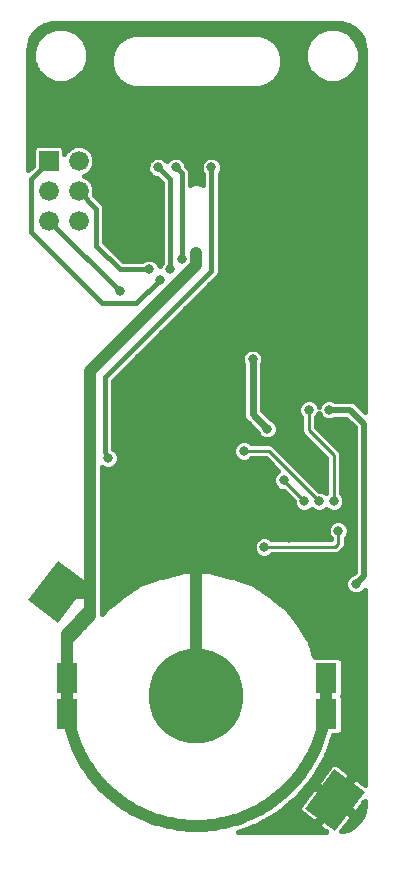
<source format=gbr>
G75*
%MOIN*%
%OFA0B0*%
%FSLAX25Y25*%
%IPPOS*%
%LPD*%
%AMOC8*
5,1,8,0,0,1.08239X$1,22.5*
%
%ADD10R,0.07000X0.10000*%
%ADD11C,0.31496*%
%ADD12R,0.06600X0.06600*%
%ADD13C,0.06600*%
%ADD14R,0.12598X0.16535*%
%ADD15C,0.01600*%
%ADD16C,0.03169*%
%ADD17C,0.04000*%
%ADD18C,0.02400*%
%ADD19C,0.02000*%
%ADD20C,0.01000*%
%ADD21C,0.03562*%
%ADD22C,0.03200*%
D10*
X0102362Y0054331D03*
X0015748Y0054331D03*
X0102362Y0042126D03*
X0015748Y0042126D03*
D11*
X0059055Y0048228D03*
D12*
X0009764Y0226535D03*
D13*
X0019764Y0226535D03*
X0009764Y0216535D03*
X0019764Y0216535D03*
X0009764Y0206535D03*
X0019764Y0206535D03*
D14*
G36*
X0013047Y0072546D02*
X0002987Y0080128D01*
X0012937Y0093332D01*
X0022997Y0085750D01*
X0013047Y0072546D01*
G37*
G36*
X0105173Y0003124D02*
X0095113Y0010706D01*
X0105063Y0023910D01*
X0115123Y0016328D01*
X0105173Y0003124D01*
G37*
D15*
X0086071Y0123101D02*
X0085068Y0122098D01*
X0084525Y0120788D01*
X0084525Y0119370D01*
X0085068Y0118059D01*
X0086071Y0117056D01*
X0087381Y0116513D01*
X0088116Y0116513D01*
X0091415Y0113214D01*
X0091415Y0112448D01*
X0091958Y0111138D01*
X0092961Y0110135D01*
X0094271Y0109592D01*
X0095690Y0109592D01*
X0097000Y0110135D01*
X0097441Y0110576D01*
X0097882Y0110135D01*
X0099192Y0109592D01*
X0100611Y0109592D01*
X0101921Y0110135D01*
X0102378Y0110592D01*
X0102803Y0110166D01*
X0104114Y0109624D01*
X0105532Y0109624D01*
X0106842Y0110166D01*
X0107845Y0111169D01*
X0108388Y0112480D01*
X0108388Y0113898D01*
X0107845Y0115209D01*
X0107304Y0115750D01*
X0107304Y0128938D01*
X0106926Y0129850D01*
X0098938Y0137839D01*
X0098938Y0141140D01*
X0099479Y0141681D01*
X0099902Y0142701D01*
X0100324Y0141681D01*
X0101327Y0140678D01*
X0102637Y0140135D01*
X0104056Y0140135D01*
X0105366Y0140678D01*
X0105408Y0140720D01*
X0109001Y0140720D01*
X0111932Y0137789D01*
X0111932Y0089573D01*
X0111554Y0089195D01*
X0111496Y0089195D01*
X0110185Y0088652D01*
X0109182Y0087650D01*
X0108639Y0086339D01*
X0108639Y0084921D01*
X0109182Y0083610D01*
X0110185Y0082607D01*
X0111496Y0082065D01*
X0112914Y0082065D01*
X0114224Y0082607D01*
X0115113Y0083496D01*
X0115113Y0018592D01*
X0111816Y0021076D01*
X0106239Y0013675D01*
X0104961Y0014638D01*
X0110538Y0022039D01*
X0105957Y0025491D01*
X0105518Y0025669D01*
X0105047Y0025727D01*
X0104578Y0025661D01*
X0104142Y0025476D01*
X0103768Y0025184D01*
X0099131Y0019030D01*
X0104961Y0014638D01*
X0103998Y0013360D01*
X0098168Y0017753D01*
X0093532Y0011599D01*
X0093354Y0011160D01*
X0093296Y0010690D01*
X0093362Y0010220D01*
X0093547Y0009784D01*
X0093839Y0009411D01*
X0098420Y0005958D01*
X0103998Y0013360D01*
X0105276Y0012397D01*
X0099698Y0004995D01*
X0102350Y0002997D01*
X0073044Y0002997D01*
X0079116Y0005207D01*
X0079116Y0005207D01*
X0086282Y0009344D01*
X0086282Y0009344D01*
X0092621Y0014663D01*
X0092621Y0014663D01*
X0092621Y0014663D01*
X0097939Y0021001D01*
X0097939Y0021001D01*
X0102076Y0028167D01*
X0102076Y0028167D01*
X0104616Y0035145D01*
X0106683Y0035145D01*
X0107843Y0036305D01*
X0107843Y0047947D01*
X0107562Y0048228D01*
X0107843Y0048510D01*
X0107843Y0060151D01*
X0106683Y0061312D01*
X0098438Y0061312D01*
X0098397Y0061477D01*
X0098312Y0061528D01*
X0096792Y0066088D01*
X0096857Y0066414D01*
X0096510Y0066934D01*
X0096313Y0067527D01*
X0096016Y0067675D01*
X0092851Y0072423D01*
X0092863Y0072548D01*
X0092347Y0073179D01*
X0091895Y0073857D01*
X0091772Y0073881D01*
X0089161Y0077073D01*
X0089136Y0077323D01*
X0088593Y0077767D01*
X0088149Y0078309D01*
X0087900Y0078334D01*
X0084708Y0080945D01*
X0084684Y0081068D01*
X0084006Y0081520D01*
X0083375Y0082036D01*
X0083250Y0082024D01*
X0078502Y0085189D01*
X0078354Y0085486D01*
X0077761Y0085684D01*
X0077240Y0086030D01*
X0076915Y0085965D01*
X0072355Y0087486D01*
X0072304Y0087570D01*
X0071490Y0087774D01*
X0070695Y0088039D01*
X0070607Y0087995D01*
X0064133Y0089613D01*
X0063916Y0089830D01*
X0063267Y0089830D01*
X0062637Y0089987D01*
X0062374Y0089830D01*
X0055736Y0089830D01*
X0055474Y0089987D01*
X0054843Y0089830D01*
X0054194Y0089830D01*
X0053977Y0089613D01*
X0047504Y0087995D01*
X0047415Y0088039D01*
X0046620Y0087774D01*
X0045806Y0087570D01*
X0045756Y0087486D01*
X0041195Y0085965D01*
X0040870Y0086030D01*
X0040350Y0085684D01*
X0039756Y0085486D01*
X0039608Y0085189D01*
X0034860Y0082024D01*
X0034735Y0082036D01*
X0034105Y0081520D01*
X0033427Y0081068D01*
X0033402Y0080945D01*
X0030211Y0078334D01*
X0029961Y0078309D01*
X0029517Y0077767D01*
X0028974Y0077323D01*
X0028949Y0077073D01*
X0027629Y0075460D01*
X0027603Y0075904D01*
X0027603Y0082628D01*
X0027621Y0083371D01*
X0027603Y0083418D01*
X0027603Y0124399D01*
X0028818Y0123895D01*
X0030237Y0123895D01*
X0031547Y0124438D01*
X0032550Y0125441D01*
X0033093Y0126751D01*
X0033093Y0128170D01*
X0032550Y0129480D01*
X0031547Y0130483D01*
X0031324Y0130575D01*
X0031324Y0153376D01*
X0065552Y0187603D01*
X0066334Y0188385D01*
X0066757Y0189407D01*
X0066757Y0222148D01*
X0066999Y0222390D01*
X0067542Y0223700D01*
X0067542Y0225119D01*
X0066999Y0226429D01*
X0065996Y0227432D01*
X0064686Y0227975D01*
X0063267Y0227975D01*
X0061957Y0227432D01*
X0060954Y0226429D01*
X0060411Y0225119D01*
X0060411Y0223700D01*
X0060954Y0222390D01*
X0061195Y0222148D01*
X0061195Y0218659D01*
X0059970Y0219167D01*
X0058140Y0219167D01*
X0056915Y0218659D01*
X0056915Y0222994D01*
X0056492Y0224016D01*
X0055731Y0224777D01*
X0055731Y0225119D01*
X0055188Y0226429D01*
X0054185Y0227432D01*
X0052875Y0227975D01*
X0051456Y0227975D01*
X0050146Y0227432D01*
X0049213Y0226499D01*
X0048279Y0227432D01*
X0046969Y0227975D01*
X0045551Y0227975D01*
X0044240Y0227432D01*
X0043237Y0226429D01*
X0042694Y0225119D01*
X0042694Y0223700D01*
X0043237Y0222390D01*
X0044240Y0221387D01*
X0045551Y0220844D01*
X0045892Y0220844D01*
X0047416Y0219320D01*
X0047416Y0192714D01*
X0047174Y0192472D01*
X0046752Y0191453D01*
X0046330Y0192472D01*
X0045327Y0193475D01*
X0044016Y0194018D01*
X0042598Y0194018D01*
X0041287Y0193475D01*
X0041046Y0193234D01*
X0034617Y0193234D01*
X0028372Y0199479D01*
X0028372Y0210620D01*
X0028375Y0211164D01*
X0028372Y0211173D01*
X0028372Y0211183D01*
X0028163Y0211686D01*
X0027959Y0212189D01*
X0027952Y0212196D01*
X0027948Y0212205D01*
X0027564Y0212590D01*
X0024945Y0215244D01*
X0025045Y0215485D01*
X0025045Y0217586D01*
X0024241Y0219527D01*
X0022755Y0221013D01*
X0021493Y0221535D01*
X0022755Y0222058D01*
X0024241Y0223544D01*
X0025045Y0225485D01*
X0025045Y0227586D01*
X0024241Y0229527D01*
X0022755Y0231013D01*
X0020814Y0231817D01*
X0018713Y0231817D01*
X0016772Y0231013D01*
X0015287Y0229527D01*
X0015045Y0228943D01*
X0015045Y0230656D01*
X0013884Y0231817D01*
X0005643Y0231817D01*
X0004483Y0230656D01*
X0004483Y0225054D01*
X0002997Y0223508D01*
X0002997Y0263780D01*
X0003072Y0264930D01*
X0003668Y0267153D01*
X0004818Y0269145D01*
X0006445Y0270772D01*
X0008438Y0271923D01*
X0010661Y0272518D01*
X0011811Y0272594D01*
X0106299Y0272594D01*
X0107450Y0272518D01*
X0109672Y0271923D01*
X0111665Y0270772D01*
X0113292Y0269145D01*
X0114442Y0267153D01*
X0115038Y0264930D01*
X0115113Y0263780D01*
X0115113Y0143040D01*
X0111925Y0146228D01*
X0110829Y0146682D01*
X0105408Y0146682D01*
X0105366Y0146723D01*
X0104056Y0147266D01*
X0102637Y0147266D01*
X0101327Y0146723D01*
X0100324Y0145720D01*
X0099902Y0144701D01*
X0099479Y0145720D01*
X0098476Y0146723D01*
X0097166Y0147266D01*
X0095747Y0147266D01*
X0094437Y0146723D01*
X0093434Y0145720D01*
X0092891Y0144410D01*
X0092891Y0142992D01*
X0093434Y0141681D01*
X0093976Y0141140D01*
X0093976Y0136317D01*
X0094353Y0135406D01*
X0102342Y0127417D01*
X0102342Y0115759D01*
X0101921Y0116180D01*
X0100611Y0116723D01*
X0099845Y0116723D01*
X0084543Y0132025D01*
X0083631Y0132402D01*
X0077364Y0132402D01*
X0076823Y0132944D01*
X0075512Y0133487D01*
X0074094Y0133487D01*
X0072784Y0132944D01*
X0071781Y0131941D01*
X0071238Y0130630D01*
X0071238Y0129212D01*
X0071781Y0127902D01*
X0072784Y0126899D01*
X0074094Y0126356D01*
X0075512Y0126356D01*
X0076823Y0126899D01*
X0077364Y0127440D01*
X0082110Y0127440D01*
X0086338Y0123212D01*
X0086071Y0123101D01*
X0030468Y0260439D02*
X0030468Y0258433D01*
X0031339Y0255751D01*
X0031339Y0255751D01*
X0032997Y0253469D01*
X0032997Y0253469D01*
X0032997Y0253469D01*
X0035278Y0251812D01*
X0035278Y0251812D01*
X0037960Y0250940D01*
X0080150Y0250940D01*
X0082832Y0251812D01*
X0082832Y0251812D01*
X0085114Y0253469D01*
X0085114Y0253469D01*
X0085114Y0253469D01*
X0086771Y0255751D01*
X0086771Y0255751D01*
X0087643Y0258433D01*
X0087643Y0261253D01*
X0086771Y0263934D01*
X0086771Y0263934D01*
X0085114Y0266216D01*
X0085114Y0266216D01*
X0085114Y0266216D01*
X0082832Y0267873D01*
X0082832Y0267873D01*
X0080150Y0268745D01*
X0037960Y0268745D01*
X0035278Y0267873D01*
X0035278Y0267873D01*
X0032997Y0266216D01*
X0032997Y0266216D01*
X0032997Y0266216D01*
X0031339Y0263934D01*
X0030468Y0261253D01*
X0030468Y0260439D01*
X0113430Y0260001D02*
X0113430Y0263621D01*
X0112045Y0266965D01*
X0109485Y0269525D01*
X0106141Y0270910D01*
X0102521Y0270910D01*
X0099176Y0269525D01*
X0096617Y0266965D01*
X0095231Y0263621D01*
X0095231Y0260001D01*
X0096617Y0256657D01*
X0099176Y0254097D01*
X0102521Y0252712D01*
X0106141Y0252712D01*
X0109485Y0254097D01*
X0112045Y0256657D01*
X0113430Y0260001D01*
X0022879Y0260001D02*
X0022879Y0263621D01*
X0021493Y0266965D01*
X0018934Y0269525D01*
X0015589Y0270910D01*
X0011970Y0270910D01*
X0008625Y0269525D01*
X0006066Y0266965D01*
X0004680Y0263621D01*
X0004680Y0260001D01*
X0006066Y0256657D01*
X0008625Y0254097D01*
X0011970Y0252712D01*
X0015589Y0252712D01*
X0018934Y0254097D01*
X0021493Y0256657D01*
X0022879Y0260001D01*
X0086243Y0136594D02*
X0086243Y0138012D01*
X0085700Y0139323D01*
X0084697Y0140326D01*
X0083769Y0140710D01*
X0080937Y0143542D01*
X0080937Y0158796D01*
X0081321Y0159724D01*
X0081321Y0161142D01*
X0080778Y0162453D01*
X0079776Y0163456D01*
X0078465Y0163998D01*
X0077047Y0163998D01*
X0075736Y0163456D01*
X0074733Y0162453D01*
X0074191Y0161142D01*
X0074191Y0159724D01*
X0074575Y0158796D01*
X0074575Y0141592D01*
X0075059Y0140422D01*
X0075954Y0139528D01*
X0079270Y0136211D01*
X0079655Y0135284D01*
X0080658Y0134281D01*
X0081968Y0133738D01*
X0083386Y0133738D01*
X0084697Y0134281D01*
X0085700Y0135284D01*
X0086243Y0136594D01*
X0083713Y0100956D02*
X0082402Y0101498D01*
X0080984Y0101498D01*
X0079673Y0100956D01*
X0078670Y0099953D01*
X0078128Y0098642D01*
X0078128Y0097224D01*
X0078670Y0095913D01*
X0079673Y0094911D01*
X0080984Y0094368D01*
X0082402Y0094368D01*
X0083713Y0094911D01*
X0084254Y0095452D01*
X0105808Y0095452D01*
X0106720Y0095830D01*
X0107705Y0096814D01*
X0108403Y0097512D01*
X0108780Y0098424D01*
X0108780Y0100785D01*
X0109322Y0101327D01*
X0109865Y0102637D01*
X0109865Y0104056D01*
X0109322Y0105366D01*
X0108319Y0106369D01*
X0107008Y0106912D01*
X0105590Y0106912D01*
X0104280Y0106369D01*
X0103277Y0105366D01*
X0102734Y0104056D01*
X0102734Y0102637D01*
X0103277Y0101327D01*
X0103818Y0100785D01*
X0103818Y0100414D01*
X0084254Y0100414D01*
X0083713Y0100956D01*
X0112068Y0009282D02*
X0115113Y0013324D01*
X0115113Y0011811D01*
X0115038Y0010661D01*
X0114442Y0008438D01*
X0113292Y0006445D01*
X0111665Y0004818D01*
X0109672Y0003668D01*
X0107450Y0003072D01*
X0107385Y0003068D01*
X0111105Y0008004D01*
X0105276Y0012397D01*
X0106239Y0013675D01*
X0112068Y0009282D01*
X0102085Y0003197D02*
X0073594Y0003197D01*
X0107483Y0003197D02*
X0107915Y0003197D01*
X0099963Y0004796D02*
X0077986Y0004796D01*
X0108687Y0004796D02*
X0111626Y0004796D01*
X0097842Y0006394D02*
X0081172Y0006394D01*
X0098749Y0006394D02*
X0100752Y0006394D01*
X0109892Y0006394D02*
X0113241Y0006394D01*
X0095721Y0007993D02*
X0083941Y0007993D01*
X0099953Y0007993D02*
X0101957Y0007993D01*
X0111096Y0007993D02*
X0114185Y0007993D01*
X0093698Y0009591D02*
X0086576Y0009591D01*
X0101158Y0009591D02*
X0103161Y0009591D01*
X0108999Y0009591D02*
X0111658Y0009591D01*
X0112301Y0009591D02*
X0114751Y0009591D01*
X0093366Y0011190D02*
X0088481Y0011190D01*
X0102362Y0011190D02*
X0104366Y0011190D01*
X0106878Y0011190D02*
X0109536Y0011190D01*
X0113505Y0011190D02*
X0115073Y0011190D01*
X0094427Y0012788D02*
X0090386Y0012788D01*
X0103567Y0012788D02*
X0104757Y0012788D01*
X0105570Y0012788D02*
X0107415Y0012788D01*
X0114710Y0012788D02*
X0115113Y0012788D01*
X0095632Y0014387D02*
X0092291Y0014387D01*
X0102635Y0014387D02*
X0104771Y0014387D01*
X0105294Y0014387D02*
X0106775Y0014387D01*
X0096836Y0015985D02*
X0093730Y0015985D01*
X0100514Y0015985D02*
X0103173Y0015985D01*
X0105976Y0015985D02*
X0107979Y0015985D01*
X0098041Y0017584D02*
X0095071Y0017584D01*
X0098393Y0017584D02*
X0101051Y0017584D01*
X0107181Y0017584D02*
X0109184Y0017584D01*
X0099246Y0019182D02*
X0096413Y0019182D01*
X0108385Y0019182D02*
X0110389Y0019182D01*
X0114330Y0019182D02*
X0115113Y0019182D01*
X0100450Y0020781D02*
X0097754Y0020781D01*
X0109590Y0020781D02*
X0111593Y0020781D01*
X0112208Y0020781D02*
X0115113Y0020781D01*
X0101655Y0022379D02*
X0098735Y0022379D01*
X0110087Y0022379D02*
X0115113Y0022379D01*
X0102859Y0023978D02*
X0099658Y0023978D01*
X0107966Y0023978D02*
X0115113Y0023978D01*
X0104379Y0025576D02*
X0100581Y0025576D01*
X0105747Y0025576D02*
X0115113Y0025576D01*
X0115113Y0027175D02*
X0101503Y0027175D01*
X0102297Y0028773D02*
X0115113Y0028773D01*
X0115113Y0030372D02*
X0102879Y0030372D01*
X0103461Y0031970D02*
X0115113Y0031970D01*
X0115113Y0033569D02*
X0104042Y0033569D01*
X0106705Y0035167D02*
X0115113Y0035167D01*
X0115113Y0036766D02*
X0107843Y0036766D01*
X0107843Y0038364D02*
X0115113Y0038364D01*
X0115113Y0039963D02*
X0107843Y0039963D01*
X0107843Y0041561D02*
X0115113Y0041561D01*
X0115113Y0043160D02*
X0107843Y0043160D01*
X0107843Y0044758D02*
X0115113Y0044758D01*
X0115113Y0046357D02*
X0107843Y0046357D01*
X0107835Y0047955D02*
X0115113Y0047955D01*
X0115113Y0049554D02*
X0107843Y0049554D01*
X0107843Y0051152D02*
X0115113Y0051152D01*
X0115113Y0052751D02*
X0107843Y0052751D01*
X0107843Y0054349D02*
X0115113Y0054349D01*
X0115113Y0055948D02*
X0107843Y0055948D01*
X0107843Y0057546D02*
X0115113Y0057546D01*
X0115113Y0059145D02*
X0107843Y0059145D01*
X0107251Y0060743D02*
X0115113Y0060743D01*
X0115113Y0062342D02*
X0098041Y0062342D01*
X0097508Y0063940D02*
X0115113Y0063940D01*
X0115113Y0065539D02*
X0096975Y0065539D01*
X0096442Y0067137D02*
X0115113Y0067137D01*
X0115113Y0068736D02*
X0095309Y0068736D01*
X0094243Y0070334D02*
X0115113Y0070334D01*
X0115113Y0071933D02*
X0093178Y0071933D01*
X0092112Y0073532D02*
X0115113Y0073532D01*
X0115113Y0075130D02*
X0090751Y0075130D01*
X0028668Y0076729D02*
X0027603Y0076729D01*
X0089443Y0076729D02*
X0115113Y0076729D01*
X0030140Y0078327D02*
X0027603Y0078327D01*
X0087971Y0078327D02*
X0115113Y0078327D01*
X0032156Y0079926D02*
X0027603Y0079926D01*
X0085955Y0079926D02*
X0115113Y0079926D01*
X0034109Y0081524D02*
X0027603Y0081524D01*
X0084001Y0081524D02*
X0115113Y0081524D01*
X0036508Y0083123D02*
X0027615Y0083123D01*
X0081602Y0083123D02*
X0109670Y0083123D01*
X0114740Y0083123D02*
X0115113Y0083123D01*
X0038906Y0084721D02*
X0027603Y0084721D01*
X0079204Y0084721D02*
X0108722Y0084721D01*
X0042258Y0086320D02*
X0027603Y0086320D01*
X0075852Y0086320D02*
X0108639Y0086320D01*
X0047053Y0087918D02*
X0027603Y0087918D01*
X0071057Y0087918D02*
X0109451Y0087918D01*
X0053592Y0089517D02*
X0027603Y0089517D01*
X0064518Y0089517D02*
X0111876Y0089517D01*
X0111932Y0091115D02*
X0027603Y0091115D01*
X0027603Y0092714D02*
X0111932Y0092714D01*
X0111932Y0094312D02*
X0027603Y0094312D01*
X0027603Y0095911D02*
X0078673Y0095911D01*
X0106801Y0095911D02*
X0111932Y0095911D01*
X0078128Y0097509D02*
X0027603Y0097509D01*
X0108400Y0097509D02*
X0111932Y0097509D01*
X0078320Y0099108D02*
X0027603Y0099108D01*
X0108780Y0099108D02*
X0111932Y0099108D01*
X0079424Y0100706D02*
X0027603Y0100706D01*
X0083962Y0100706D02*
X0103818Y0100706D01*
X0108780Y0100706D02*
X0111932Y0100706D01*
X0102872Y0102305D02*
X0027603Y0102305D01*
X0109727Y0102305D02*
X0111932Y0102305D01*
X0102734Y0103903D02*
X0027603Y0103903D01*
X0109865Y0103903D02*
X0111932Y0103903D01*
X0103412Y0105502D02*
X0027603Y0105502D01*
X0109186Y0105502D02*
X0111932Y0105502D01*
X0111932Y0107100D02*
X0027603Y0107100D01*
X0027603Y0108699D02*
X0111932Y0108699D01*
X0092798Y0110297D02*
X0027603Y0110297D01*
X0097162Y0110297D02*
X0097720Y0110297D01*
X0102084Y0110297D02*
X0102672Y0110297D01*
X0106973Y0110297D02*
X0111932Y0110297D01*
X0091644Y0111896D02*
X0027603Y0111896D01*
X0108146Y0111896D02*
X0111932Y0111896D01*
X0091135Y0113494D02*
X0027603Y0113494D01*
X0108388Y0113494D02*
X0111932Y0113494D01*
X0089536Y0115093D02*
X0027603Y0115093D01*
X0107893Y0115093D02*
X0111932Y0115093D01*
X0086952Y0116691D02*
X0027603Y0116691D01*
X0100687Y0116691D02*
X0102342Y0116691D01*
X0107304Y0116691D02*
X0111932Y0116691D01*
X0084972Y0118290D02*
X0027603Y0118290D01*
X0098278Y0118290D02*
X0102342Y0118290D01*
X0107304Y0118290D02*
X0111932Y0118290D01*
X0084525Y0119888D02*
X0027603Y0119888D01*
X0096680Y0119888D02*
X0102342Y0119888D01*
X0107304Y0119888D02*
X0111932Y0119888D01*
X0084815Y0121487D02*
X0027603Y0121487D01*
X0095081Y0121487D02*
X0102342Y0121487D01*
X0107304Y0121487D02*
X0111932Y0121487D01*
X0086055Y0123085D02*
X0027603Y0123085D01*
X0093482Y0123085D02*
X0102342Y0123085D01*
X0107304Y0123085D02*
X0111932Y0123085D01*
X0084866Y0124684D02*
X0031793Y0124684D01*
X0091884Y0124684D02*
X0102342Y0124684D01*
X0107304Y0124684D02*
X0111932Y0124684D01*
X0083268Y0126282D02*
X0032899Y0126282D01*
X0090285Y0126282D02*
X0102342Y0126282D01*
X0107304Y0126282D02*
X0111932Y0126282D01*
X0071801Y0127881D02*
X0033093Y0127881D01*
X0088687Y0127881D02*
X0101878Y0127881D01*
X0107304Y0127881D02*
X0111932Y0127881D01*
X0071238Y0129479D02*
X0032550Y0129479D01*
X0087088Y0129479D02*
X0100279Y0129479D01*
X0107080Y0129479D02*
X0111932Y0129479D01*
X0071423Y0131078D02*
X0031324Y0131078D01*
X0085490Y0131078D02*
X0098681Y0131078D01*
X0105699Y0131078D02*
X0111932Y0131078D01*
X0072516Y0132676D02*
X0031324Y0132676D01*
X0077090Y0132676D02*
X0097082Y0132676D01*
X0104100Y0132676D02*
X0111932Y0132676D01*
X0080671Y0134275D02*
X0031324Y0134275D01*
X0084683Y0134275D02*
X0095484Y0134275D01*
X0102502Y0134275D02*
X0111932Y0134275D01*
X0079410Y0135873D02*
X0031324Y0135873D01*
X0085944Y0135873D02*
X0094160Y0135873D01*
X0100903Y0135873D02*
X0111932Y0135873D01*
X0078010Y0137472D02*
X0031324Y0137472D01*
X0086243Y0137472D02*
X0093976Y0137472D01*
X0099305Y0137472D02*
X0111932Y0137472D01*
X0076411Y0139070D02*
X0031324Y0139070D01*
X0085804Y0139070D02*
X0093976Y0139070D01*
X0098938Y0139070D02*
X0110651Y0139070D01*
X0074957Y0140669D02*
X0031324Y0140669D01*
X0083868Y0140669D02*
X0093976Y0140669D01*
X0098938Y0140669D02*
X0101349Y0140669D01*
X0105344Y0140669D02*
X0109052Y0140669D01*
X0074575Y0142268D02*
X0031324Y0142268D01*
X0082212Y0142268D02*
X0093191Y0142268D01*
X0099722Y0142268D02*
X0100081Y0142268D01*
X0074575Y0143866D02*
X0031324Y0143866D01*
X0080937Y0143866D02*
X0092891Y0143866D01*
X0114287Y0143866D02*
X0115113Y0143866D01*
X0074575Y0145465D02*
X0031324Y0145465D01*
X0080937Y0145465D02*
X0093328Y0145465D01*
X0099585Y0145465D02*
X0100218Y0145465D01*
X0112688Y0145465D02*
X0115113Y0145465D01*
X0074575Y0147063D02*
X0031324Y0147063D01*
X0080937Y0147063D02*
X0095257Y0147063D01*
X0097656Y0147063D02*
X0102147Y0147063D01*
X0104546Y0147063D02*
X0115113Y0147063D01*
X0074575Y0148662D02*
X0031324Y0148662D01*
X0080937Y0148662D02*
X0115113Y0148662D01*
X0074575Y0150260D02*
X0031324Y0150260D01*
X0080937Y0150260D02*
X0115113Y0150260D01*
X0074575Y0151859D02*
X0031324Y0151859D01*
X0080937Y0151859D02*
X0115113Y0151859D01*
X0074575Y0153457D02*
X0031406Y0153457D01*
X0080937Y0153457D02*
X0115113Y0153457D01*
X0074575Y0155056D02*
X0033004Y0155056D01*
X0080937Y0155056D02*
X0115113Y0155056D01*
X0074575Y0156654D02*
X0034603Y0156654D01*
X0080937Y0156654D02*
X0115113Y0156654D01*
X0074575Y0158253D02*
X0036201Y0158253D01*
X0080937Y0158253D02*
X0115113Y0158253D01*
X0074191Y0159851D02*
X0037800Y0159851D01*
X0081321Y0159851D02*
X0115113Y0159851D01*
X0074318Y0161450D02*
X0039398Y0161450D01*
X0081194Y0161450D02*
X0115113Y0161450D01*
X0075329Y0163048D02*
X0040997Y0163048D01*
X0080183Y0163048D02*
X0115113Y0163048D01*
X0115113Y0164647D02*
X0042595Y0164647D01*
X0044194Y0166245D02*
X0115113Y0166245D01*
X0115113Y0167844D02*
X0045792Y0167844D01*
X0047391Y0169442D02*
X0115113Y0169442D01*
X0115113Y0171041D02*
X0048990Y0171041D01*
X0050588Y0172639D02*
X0115113Y0172639D01*
X0115113Y0174238D02*
X0052187Y0174238D01*
X0053785Y0175836D02*
X0115113Y0175836D01*
X0115113Y0177435D02*
X0055384Y0177435D01*
X0056982Y0179033D02*
X0115113Y0179033D01*
X0115113Y0180632D02*
X0058581Y0180632D01*
X0060179Y0182230D02*
X0115113Y0182230D01*
X0115113Y0183829D02*
X0061778Y0183829D01*
X0063376Y0185427D02*
X0115113Y0185427D01*
X0115113Y0187026D02*
X0064975Y0187026D01*
X0066433Y0188624D02*
X0115113Y0188624D01*
X0115113Y0190223D02*
X0066757Y0190223D01*
X0046905Y0191821D02*
X0046599Y0191821D01*
X0066757Y0191821D02*
X0115113Y0191821D01*
X0041232Y0193420D02*
X0034430Y0193420D01*
X0045382Y0193420D02*
X0047416Y0193420D01*
X0066757Y0193420D02*
X0115113Y0193420D01*
X0047416Y0195018D02*
X0032832Y0195018D01*
X0066757Y0195018D02*
X0115113Y0195018D01*
X0047416Y0196617D02*
X0031233Y0196617D01*
X0066757Y0196617D02*
X0115113Y0196617D01*
X0047416Y0198215D02*
X0029635Y0198215D01*
X0066757Y0198215D02*
X0115113Y0198215D01*
X0047416Y0199814D02*
X0028372Y0199814D01*
X0066757Y0199814D02*
X0115113Y0199814D01*
X0047416Y0201412D02*
X0028372Y0201412D01*
X0066757Y0201412D02*
X0115113Y0201412D01*
X0047416Y0203011D02*
X0028372Y0203011D01*
X0066757Y0203011D02*
X0115113Y0203011D01*
X0047416Y0204609D02*
X0028372Y0204609D01*
X0066757Y0204609D02*
X0115113Y0204609D01*
X0047416Y0206208D02*
X0028372Y0206208D01*
X0066757Y0206208D02*
X0115113Y0206208D01*
X0047416Y0207806D02*
X0028372Y0207806D01*
X0066757Y0207806D02*
X0115113Y0207806D01*
X0047416Y0209405D02*
X0028372Y0209405D01*
X0066757Y0209405D02*
X0115113Y0209405D01*
X0047416Y0211003D02*
X0028374Y0211003D01*
X0066757Y0211003D02*
X0115113Y0211003D01*
X0047416Y0212602D02*
X0027552Y0212602D01*
X0066757Y0212602D02*
X0115113Y0212602D01*
X0047416Y0214201D02*
X0025974Y0214201D01*
X0066757Y0214201D02*
X0115113Y0214201D01*
X0047416Y0215799D02*
X0025045Y0215799D01*
X0066757Y0215799D02*
X0115113Y0215799D01*
X0047416Y0217398D02*
X0025045Y0217398D01*
X0066757Y0217398D02*
X0115113Y0217398D01*
X0047416Y0218996D02*
X0024461Y0218996D01*
X0056915Y0218996D02*
X0057728Y0218996D01*
X0060383Y0218996D02*
X0061195Y0218996D01*
X0066757Y0218996D02*
X0115113Y0218996D01*
X0046142Y0220595D02*
X0023173Y0220595D01*
X0056915Y0220595D02*
X0061195Y0220595D01*
X0066757Y0220595D02*
X0115113Y0220595D01*
X0043434Y0222193D02*
X0022890Y0222193D01*
X0056915Y0222193D02*
X0061151Y0222193D01*
X0066802Y0222193D02*
X0115113Y0222193D01*
X0003270Y0223792D02*
X0002997Y0223792D01*
X0024343Y0223792D02*
X0042694Y0223792D01*
X0056585Y0223792D02*
X0060411Y0223792D01*
X0067542Y0223792D02*
X0115113Y0223792D01*
X0004483Y0225390D02*
X0002997Y0225390D01*
X0025006Y0225390D02*
X0042807Y0225390D01*
X0055618Y0225390D02*
X0060523Y0225390D01*
X0067429Y0225390D02*
X0115113Y0225390D01*
X0004483Y0226989D02*
X0002997Y0226989D01*
X0025045Y0226989D02*
X0043797Y0226989D01*
X0048723Y0226989D02*
X0049702Y0226989D01*
X0054628Y0226989D02*
X0061513Y0226989D01*
X0066439Y0226989D02*
X0115113Y0226989D01*
X0004483Y0228587D02*
X0002997Y0228587D01*
X0024630Y0228587D02*
X0115113Y0228587D01*
X0004483Y0230186D02*
X0002997Y0230186D01*
X0015045Y0230186D02*
X0015945Y0230186D01*
X0023582Y0230186D02*
X0115113Y0230186D01*
X0005611Y0231784D02*
X0002997Y0231784D01*
X0013917Y0231784D02*
X0018635Y0231784D01*
X0020892Y0231784D02*
X0115113Y0231784D01*
X0115113Y0233383D02*
X0002997Y0233383D01*
X0002997Y0234981D02*
X0115113Y0234981D01*
X0115113Y0236580D02*
X0002997Y0236580D01*
X0002997Y0238178D02*
X0115113Y0238178D01*
X0115113Y0239777D02*
X0002997Y0239777D01*
X0002997Y0241375D02*
X0115113Y0241375D01*
X0115113Y0242974D02*
X0002997Y0242974D01*
X0002997Y0244572D02*
X0115113Y0244572D01*
X0115113Y0246171D02*
X0002997Y0246171D01*
X0002997Y0247769D02*
X0115113Y0247769D01*
X0115113Y0249368D02*
X0002997Y0249368D01*
X0002997Y0250966D02*
X0037880Y0250966D01*
X0080231Y0250966D02*
X0115113Y0250966D01*
X0034241Y0252565D02*
X0002997Y0252565D01*
X0083869Y0252565D02*
X0115113Y0252565D01*
X0008559Y0254163D02*
X0002997Y0254163D01*
X0019000Y0254163D02*
X0032492Y0254163D01*
X0085618Y0254163D02*
X0099110Y0254163D01*
X0109551Y0254163D02*
X0115113Y0254163D01*
X0006961Y0255762D02*
X0002997Y0255762D01*
X0020599Y0255762D02*
X0031335Y0255762D01*
X0086775Y0255762D02*
X0097512Y0255762D01*
X0111150Y0255762D02*
X0115113Y0255762D01*
X0005774Y0257360D02*
X0002997Y0257360D01*
X0021785Y0257360D02*
X0030816Y0257360D01*
X0087294Y0257360D02*
X0096325Y0257360D01*
X0112336Y0257360D02*
X0115113Y0257360D01*
X0005112Y0258959D02*
X0002997Y0258959D01*
X0022447Y0258959D02*
X0030468Y0258959D01*
X0087643Y0258959D02*
X0095663Y0258959D01*
X0112998Y0258959D02*
X0115113Y0258959D01*
X0004680Y0260557D02*
X0002997Y0260557D01*
X0022879Y0260557D02*
X0030468Y0260557D01*
X0087643Y0260557D02*
X0095231Y0260557D01*
X0113430Y0260557D02*
X0115113Y0260557D01*
X0004680Y0262156D02*
X0002997Y0262156D01*
X0022879Y0262156D02*
X0030761Y0262156D01*
X0087349Y0262156D02*
X0095231Y0262156D01*
X0113430Y0262156D02*
X0115113Y0262156D01*
X0004736Y0263754D02*
X0002997Y0263754D01*
X0022823Y0263754D02*
X0031281Y0263754D01*
X0086830Y0263754D02*
X0095287Y0263754D01*
X0113375Y0263754D02*
X0115113Y0263754D01*
X0005398Y0265353D02*
X0003186Y0265353D01*
X0022161Y0265353D02*
X0032370Y0265353D01*
X0085741Y0265353D02*
X0095949Y0265353D01*
X0112713Y0265353D02*
X0114925Y0265353D01*
X0006060Y0266951D02*
X0003614Y0266951D01*
X0021499Y0266951D02*
X0034009Y0266951D01*
X0084101Y0266951D02*
X0096611Y0266951D01*
X0112050Y0266951D02*
X0114496Y0266951D01*
X0007650Y0268550D02*
X0004475Y0268550D01*
X0019909Y0268550D02*
X0037360Y0268550D01*
X0080750Y0268550D02*
X0098201Y0268550D01*
X0110460Y0268550D02*
X0113636Y0268550D01*
X0010130Y0270148D02*
X0005821Y0270148D01*
X0017429Y0270148D02*
X0100682Y0270148D01*
X0107980Y0270148D02*
X0112289Y0270148D01*
X0109977Y0271747D02*
X0008133Y0271747D01*
X0028543Y0154528D02*
X0063976Y0189961D01*
X0063976Y0224409D01*
X0028543Y0154528D02*
X0028543Y0129429D01*
X0029528Y0127461D01*
X0009764Y0226535D02*
X0003937Y0220472D01*
X0003937Y0202756D01*
X0027559Y0179134D01*
X0038878Y0179134D01*
X0046752Y0187008D01*
X0019764Y0216535D02*
X0025591Y0210630D01*
X0025591Y0198327D01*
X0033465Y0190453D01*
X0043307Y0190453D01*
X0009764Y0206535D02*
X0011319Y0205217D01*
X0033465Y0183071D01*
X0050197Y0190453D02*
X0050197Y0220472D01*
X0046260Y0224409D01*
X0054134Y0193898D02*
X0054134Y0222441D01*
X0052165Y0224409D01*
D16*
X0059055Y0092520D03*
X0063231Y0092520D03*
X0054879Y0092520D03*
X0028543Y0102362D03*
X0075787Y0102362D03*
X0067913Y0175197D03*
X0070866Y0172244D03*
X0029528Y0122047D03*
X0029528Y0117126D03*
X0040354Y0152559D03*
X0059055Y0229823D03*
X0036909Y0156004D03*
X0010335Y0243110D03*
X0044783Y0122047D03*
X0044783Y0117126D03*
X0073819Y0107776D03*
X0070374Y0111220D03*
X0102854Y0200295D03*
X0082677Y0212598D03*
X0092520Y0212598D03*
X0112205Y0027559D03*
X0112205Y0022638D03*
X0076772Y0187992D03*
X0079724Y0182087D03*
X0095472Y0171260D03*
X0103346Y0163386D03*
X0103346Y0168307D03*
X0098425Y0129921D03*
X0076772Y0134843D03*
X0030020Y0206693D03*
X0030020Y0211614D03*
X0112205Y0151575D03*
X0110236Y0099409D03*
X0086122Y0086122D03*
X0086122Y0094488D03*
X0090059Y0105315D03*
X0090059Y0100886D03*
X0082677Y0137303D03*
X0077756Y0160433D03*
X0112205Y0085630D03*
X0103346Y0143701D03*
X0096457Y0143701D03*
X0104823Y0113189D03*
X0063976Y0224409D03*
X0029528Y0127461D03*
X0016732Y0068898D03*
X0019685Y0071850D03*
X0022638Y0074803D03*
X0094980Y0113157D03*
X0088091Y0120079D03*
X0046752Y0187008D03*
X0043307Y0190453D03*
X0033465Y0183071D03*
X0046260Y0224409D03*
X0050197Y0190453D03*
X0052165Y0224409D03*
X0054134Y0193898D03*
X0106299Y0103346D03*
X0081693Y0097933D03*
X0074803Y0129921D03*
X0099902Y0113157D03*
D17*
X0059055Y0092520D02*
X0059055Y0048228D01*
X0059055Y0195866D02*
X0059055Y0191929D01*
X0023622Y0156496D01*
X0023622Y0082677D01*
X0023622Y0075787D01*
X0015748Y0066929D01*
X0015748Y0054331D01*
X0015748Y0048228D01*
X0015761Y0047182D01*
X0015799Y0046136D01*
X0015862Y0045091D01*
X0015950Y0044048D01*
X0016064Y0043008D01*
X0016202Y0041971D01*
X0016366Y0040937D01*
X0016555Y0039908D01*
X0016768Y0038883D01*
X0017006Y0037864D01*
X0017269Y0036851D01*
X0017556Y0035845D01*
X0017868Y0034845D01*
X0018203Y0033854D01*
X0018562Y0032871D01*
X0018945Y0031897D01*
X0019351Y0030933D01*
X0019781Y0029978D01*
X0020233Y0029035D01*
X0020709Y0028102D01*
X0021206Y0027182D01*
X0021726Y0026273D01*
X0022267Y0025377D01*
X0022830Y0024495D01*
X0023414Y0023627D01*
X0024019Y0022773D01*
X0024644Y0021934D01*
X0025290Y0021110D01*
X0025955Y0020302D01*
X0026639Y0019510D01*
X0027343Y0018735D01*
X0028065Y0017978D01*
X0028805Y0017238D01*
X0029562Y0016516D01*
X0030337Y0015812D01*
X0031129Y0015128D01*
X0031937Y0014463D01*
X0032761Y0013817D01*
X0033600Y0013192D01*
X0034454Y0012587D01*
X0035322Y0012003D01*
X0036204Y0011440D01*
X0037100Y0010899D01*
X0038009Y0010379D01*
X0038929Y0009882D01*
X0039862Y0009406D01*
X0040805Y0008954D01*
X0041760Y0008524D01*
X0042724Y0008118D01*
X0043698Y0007735D01*
X0044681Y0007376D01*
X0045672Y0007041D01*
X0046672Y0006729D01*
X0047678Y0006442D01*
X0048691Y0006179D01*
X0049710Y0005941D01*
X0050735Y0005728D01*
X0051764Y0005539D01*
X0052798Y0005375D01*
X0053835Y0005237D01*
X0054875Y0005123D01*
X0055918Y0005035D01*
X0056963Y0004972D01*
X0058009Y0004934D01*
X0059055Y0004921D01*
X0060101Y0004934D01*
X0061147Y0004972D01*
X0062192Y0005035D01*
X0063235Y0005123D01*
X0064275Y0005237D01*
X0065312Y0005375D01*
X0066346Y0005539D01*
X0067375Y0005728D01*
X0068400Y0005941D01*
X0069419Y0006179D01*
X0070432Y0006442D01*
X0071438Y0006729D01*
X0072438Y0007041D01*
X0073429Y0007376D01*
X0074412Y0007735D01*
X0075386Y0008118D01*
X0076350Y0008524D01*
X0077305Y0008954D01*
X0078248Y0009406D01*
X0079181Y0009882D01*
X0080101Y0010379D01*
X0081010Y0010899D01*
X0081906Y0011440D01*
X0082788Y0012003D01*
X0083656Y0012587D01*
X0084510Y0013192D01*
X0085349Y0013817D01*
X0086173Y0014463D01*
X0086981Y0015128D01*
X0087773Y0015812D01*
X0088548Y0016516D01*
X0089305Y0017238D01*
X0090045Y0017978D01*
X0090767Y0018735D01*
X0091471Y0019510D01*
X0092155Y0020302D01*
X0092820Y0021110D01*
X0093466Y0021934D01*
X0094091Y0022773D01*
X0094696Y0023627D01*
X0095280Y0024495D01*
X0095843Y0025377D01*
X0096384Y0026273D01*
X0096904Y0027182D01*
X0097401Y0028102D01*
X0097877Y0029035D01*
X0098329Y0029978D01*
X0098759Y0030933D01*
X0099165Y0031897D01*
X0099548Y0032871D01*
X0099907Y0033854D01*
X0100242Y0034845D01*
X0100554Y0035845D01*
X0100841Y0036851D01*
X0101104Y0037864D01*
X0101342Y0038883D01*
X0101555Y0039908D01*
X0101744Y0040937D01*
X0101908Y0041971D01*
X0102046Y0043008D01*
X0102160Y0044048D01*
X0102248Y0045091D01*
X0102311Y0046136D01*
X0102349Y0047182D01*
X0102362Y0048228D01*
X0102362Y0054331D01*
X0102362Y0048228D02*
X0102362Y0042126D01*
X0015748Y0042126D02*
X0015748Y0048228D01*
X0015748Y0068898D02*
X0023622Y0076772D01*
X0023622Y0074803D01*
X0015748Y0066929D01*
X0015748Y0068898D01*
X0015748Y0067975D02*
X0016794Y0067975D01*
X0018824Y0071973D02*
X0020792Y0071973D01*
X0022822Y0075972D02*
X0023622Y0075972D01*
X0023622Y0082677D02*
X0021654Y0082677D01*
X0022638Y0082701D02*
X0012992Y0082939D01*
X0012992Y0082939D01*
X0023622Y0082677D01*
D18*
X0082677Y0137303D02*
X0077756Y0142224D01*
X0077756Y0160433D01*
D19*
X0114913Y0139024D02*
X0114913Y0088339D01*
X0112205Y0085630D01*
X0103346Y0143701D02*
X0110236Y0143701D01*
X0114913Y0139024D01*
D20*
X0096457Y0136811D02*
X0096457Y0143701D01*
X0104823Y0113189D02*
X0104823Y0128445D01*
X0096457Y0136811D01*
X0094980Y0113157D02*
X0088091Y0120047D01*
X0088091Y0120079D01*
X0081693Y0097933D02*
X0105315Y0097933D01*
X0106299Y0098917D01*
X0106299Y0103346D01*
X0074803Y0129921D02*
X0083138Y0129921D01*
X0099902Y0113157D01*
D21*
X0059055Y0195866D03*
D22*
X0023622Y0082939D02*
X0023622Y0082677D01*
M02*

</source>
